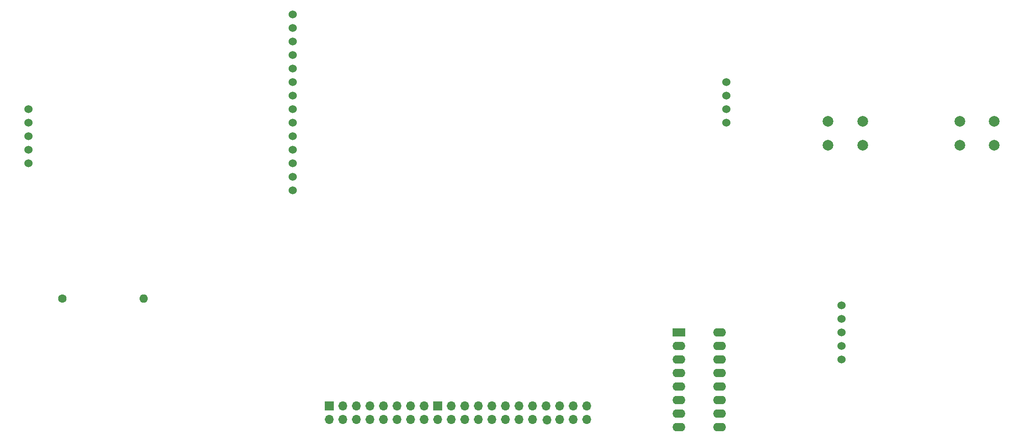
<source format=gbs>
G04 #@! TF.GenerationSoftware,KiCad,Pcbnew,(6.0.10)*
G04 #@! TF.CreationDate,2024-05-21T15:48:30-04:00*
G04 #@! TF.ProjectId,verycold,76657279-636f-46c6-942e-6b696361645f,rev?*
G04 #@! TF.SameCoordinates,Original*
G04 #@! TF.FileFunction,Soldermask,Bot*
G04 #@! TF.FilePolarity,Negative*
%FSLAX46Y46*%
G04 Gerber Fmt 4.6, Leading zero omitted, Abs format (unit mm)*
G04 Created by KiCad (PCBNEW (6.0.10)) date 2024-05-21 15:48:30*
%MOMM*%
%LPD*%
G01*
G04 APERTURE LIST*
%ADD10C,1.524000*%
%ADD11C,1.600000*%
%ADD12O,1.600000X1.600000*%
%ADD13C,2.000000*%
%ADD14O,1.700000X1.700000*%
%ADD15R,1.700000X1.700000*%
%ADD16R,2.400000X1.600000*%
%ADD17O,2.400000X1.600000*%
G04 APERTURE END LIST*
D10*
X57150000Y-57150000D03*
X57150000Y-59690000D03*
X57150000Y-62230000D03*
X57150000Y-64770000D03*
X57150000Y-67310000D03*
D11*
X63500000Y-92710000D03*
D12*
X78740000Y-92710000D03*
D13*
X231700000Y-59455564D03*
X238200000Y-59455564D03*
X231700000Y-63955564D03*
X238200000Y-63955564D03*
D14*
X161835000Y-115395000D03*
X159295000Y-115395000D03*
X159295000Y-112855000D03*
X156755000Y-115395000D03*
X156755000Y-112855000D03*
X154215000Y-112855000D03*
X151675000Y-115395000D03*
X151675000Y-112855000D03*
X149135000Y-112855000D03*
X146595000Y-115395000D03*
X146595000Y-112855000D03*
X144055000Y-115395000D03*
X141515000Y-115395000D03*
X141515000Y-112855000D03*
X138975000Y-115395000D03*
X138975000Y-112855000D03*
X136435000Y-112855000D03*
X133895000Y-115395000D03*
X131355000Y-115395000D03*
X131355000Y-112855000D03*
X128815000Y-112855000D03*
X126275000Y-115395000D03*
X126275000Y-112855000D03*
X123735000Y-115395000D03*
X121195000Y-115395000D03*
X121195000Y-112855000D03*
X149135000Y-115395000D03*
X123735000Y-112855000D03*
X161835000Y-112855000D03*
X144055000Y-112855000D03*
X154349835Y-115506290D03*
X128815000Y-115395000D03*
X136435000Y-115395000D03*
X118655000Y-115395000D03*
X118655000Y-112855000D03*
X116115000Y-112855000D03*
X113575000Y-115395000D03*
X116115000Y-115395000D03*
D15*
X133895000Y-112855000D03*
X113575000Y-112855000D03*
D13*
X213545564Y-59455564D03*
X207045564Y-59455564D03*
X207045564Y-63955564D03*
X213545564Y-63955564D03*
D10*
X106680000Y-39370000D03*
X106680000Y-41910000D03*
X106680000Y-44450000D03*
X106680000Y-46990000D03*
X106680000Y-49530000D03*
X106680000Y-52070000D03*
X106680000Y-54610000D03*
X106680000Y-57150000D03*
X106680000Y-59690000D03*
X106680000Y-62230000D03*
X106680000Y-64770000D03*
X106680000Y-67310000D03*
X106680000Y-69850000D03*
X106680000Y-72390000D03*
X187960000Y-52070000D03*
X187960000Y-54610000D03*
X187960000Y-57150000D03*
X187960000Y-59690000D03*
X209550000Y-93980000D03*
X209550000Y-96520000D03*
X209550000Y-99060000D03*
X209550000Y-101600000D03*
X209550000Y-104140000D03*
D16*
X179055000Y-99075000D03*
D17*
X179055000Y-101615000D03*
X179055000Y-104155000D03*
X179055000Y-106695000D03*
X179055000Y-109235000D03*
X179055000Y-111775000D03*
X179055000Y-114315000D03*
X179055000Y-116855000D03*
X186675000Y-116855000D03*
X186675000Y-114315000D03*
X186675000Y-111775000D03*
X186675000Y-109235000D03*
X186675000Y-106695000D03*
X186675000Y-104155000D03*
X186675000Y-101615000D03*
X186675000Y-99075000D03*
M02*

</source>
